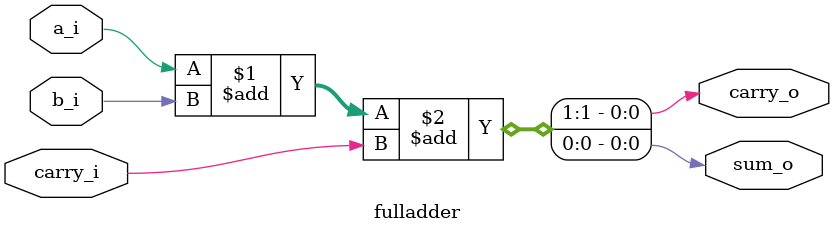
<source format=sv>
module fulladder (
  input  logic a_i,
  input  logic b_i,
  input  logic carry_i,
  output logic sum_o,
  output logic carry_o
);

  assign { carry_o, sum_o } = a_i + b_i + carry_i;

endmodule

</source>
